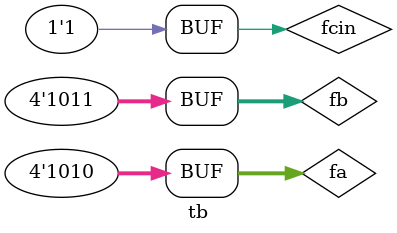
<source format=v>
module rca (input [3:0]a,b,input cin,output reg [3:0]sum,output reg carry);
  reg[1:0] ans;
  reg c;
  function reg[1:0] fa (input a,b,cin);
  reg sum,carry;
  begin
        sum=a^b^cin;
        carry=(a&b)|(b&cin)|(a&cin);

        fa={carry,sum};

        $display("a=%b b=%b cin=%b fa=%d",a,b,cin,fa);
  end
  endfunction

  always @(*)
    begin
        ans=fa(a[0],b[0],cin);
        sum[0]=ans[0];
        c=ans[1];

        ans=fa(a[1],b[1],c);
        sum[1]=ans[0];
        c=ans[1];

        ans=fa(a[2],b[2],c);
        sum[2]=ans[0];
        c=ans[1];

        ans=fa(a[3],b[3],c);
        sum[3]=ans[0];
        carry=ans[1];

    end
    endmodule



module tb();
reg [3:0]fa,fb;
reg fcin;
wire[3:0]fsum;
wire fcout;


//Instantation of Function RCA   
rca gate1(fa,fb,fcin,fsum,fcout);


initial
begin
// Inputs for Function RCA
fa=4'b1010;
fb=4'b1011;
fcin=1'b1;


end

//Display of FOUT
initial
$monitor("OUTPUT OF F RCA  a=%d b=%d cin=%b  sum=%d cout=%b", fa, fb, fcin, fsum, fcout);

 
  endmodule

</source>
